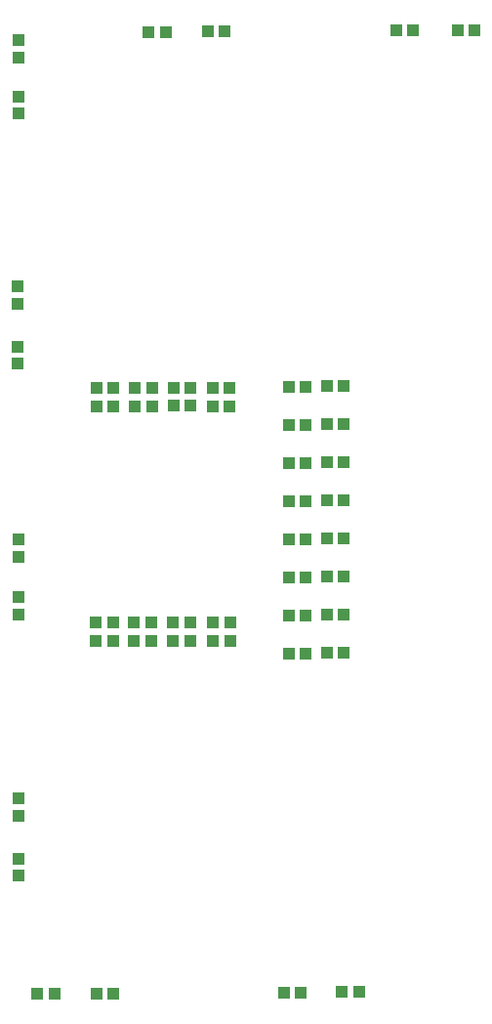
<source format=gbr>
G04 EAGLE Gerber RS-274X export*
G75*
%MOMM*%
%FSLAX34Y34*%
%LPD*%
%INSolderpaste Bottom*%
%IPPOS*%
%AMOC8*
5,1,8,0,0,1.08239X$1,22.5*%
G01*
%ADD10R,1.040000X1.020000*%
%ADD11R,1.020000X1.040000*%


D10*
X193350Y402940D03*
X178650Y402940D03*
X178650Y419080D03*
X193350Y419080D03*
X226370Y402440D03*
X211670Y402440D03*
X211670Y418560D03*
X226370Y418560D03*
X260390Y402700D03*
X245690Y402700D03*
X245690Y418820D03*
X260390Y418820D03*
X294950Y402960D03*
X280250Y402960D03*
X280250Y419080D03*
X294950Y419080D03*
X294530Y606200D03*
X279830Y606200D03*
X279830Y622080D03*
X294530Y622080D03*
X260970Y606480D03*
X246270Y606480D03*
X246270Y622360D03*
X260970Y622360D03*
X227410Y606220D03*
X212710Y606220D03*
X212710Y622100D03*
X227410Y622100D03*
X193850Y605960D03*
X179150Y605960D03*
X179150Y621840D03*
X193850Y621840D03*
X356650Y98020D03*
X341950Y98020D03*
X406650Y98720D03*
X391950Y98720D03*
X142650Y97420D03*
X127950Y97420D03*
X193650Y97120D03*
X178950Y97120D03*
D11*
X111820Y251350D03*
X111820Y266050D03*
X111520Y199350D03*
X111520Y214050D03*
X111220Y475950D03*
X111220Y490650D03*
X111920Y425950D03*
X111920Y440650D03*
X111060Y695250D03*
X111060Y709950D03*
X110760Y642850D03*
X110760Y657550D03*
X111260Y908650D03*
X111260Y923350D03*
X111160Y859850D03*
X111160Y874550D03*
D10*
X275650Y931140D03*
X290350Y931140D03*
X224450Y930640D03*
X239150Y930640D03*
X492450Y931540D03*
X507150Y931540D03*
X438850Y931840D03*
X453550Y931840D03*
X378730Y392480D03*
X393430Y392480D03*
X378730Y425500D03*
X393430Y425500D03*
X378730Y458520D03*
X393430Y458520D03*
X378730Y491540D03*
X393430Y491540D03*
X378730Y524560D03*
X393430Y524560D03*
X378730Y557580D03*
X393430Y557580D03*
X378730Y590600D03*
X393430Y590600D03*
X378730Y623620D03*
X393430Y623620D03*
X345710Y392180D03*
X360410Y392180D03*
X345710Y425200D03*
X360410Y425200D03*
X345710Y458220D03*
X360410Y458220D03*
X345710Y491240D03*
X360410Y491240D03*
X345710Y524260D03*
X360410Y524260D03*
X345710Y557280D03*
X360410Y557280D03*
X345710Y590300D03*
X360410Y590300D03*
X345710Y623320D03*
X360410Y623320D03*
M02*

</source>
